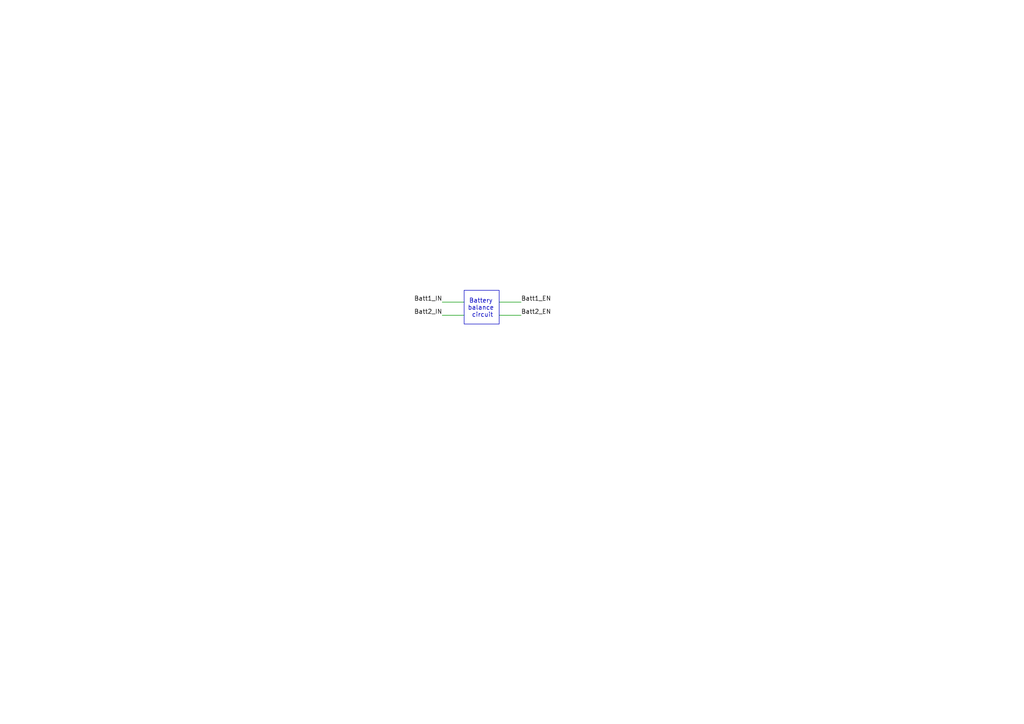
<source format=kicad_sch>
(kicad_sch
	(version 20231120)
	(generator "eeschema")
	(generator_version "8.0")
	(uuid "35c0a825-f74a-4327-912c-2cf4c40b193e")
	(paper "A4")
	(lib_symbols)
	(wire
		(pts
			(xy 128.27 87.63) (xy 134.62 87.63)
		)
		(stroke
			(width 0)
			(type default)
		)
		(uuid "81b10c3d-ef28-4755-a88f-891ffc7a03c1")
	)
	(wire
		(pts
			(xy 144.78 91.44) (xy 151.13 91.44)
		)
		(stroke
			(width 0)
			(type default)
		)
		(uuid "d6404c75-c9ae-4e16-afe3-0b45ed33ba99")
	)
	(wire
		(pts
			(xy 128.27 91.44) (xy 134.62 91.44)
		)
		(stroke
			(width 0)
			(type default)
		)
		(uuid "daf62b89-0a45-4c5f-8e3a-622f57d837c6")
	)
	(wire
		(pts
			(xy 144.78 87.63) (xy 151.13 87.63)
		)
		(stroke
			(width 0)
			(type default)
		)
		(uuid "e242f790-0eda-4e41-afd4-977d06a0b1d7")
	)
	(rectangle
		(start 134.62 84.201)
		(end 144.78 93.98)
		(stroke
			(width 0)
			(type default)
		)
		(fill
			(type none)
		)
		(uuid 473ef90d-0eec-4ffc-94e1-6460d7c15917)
	)
	(text "Battery \nbalance \ncircuit\n"
		(exclude_from_sim no)
		(at 139.954 89.408 0)
		(effects
			(font
				(size 1.27 1.27)
			)
		)
		(uuid "0e2b5d89-2be6-480c-acff-ed14c3ca0a29")
	)
	(label "Batt2_IN"
		(at 128.27 91.44 180)
		(fields_autoplaced yes)
		(effects
			(font
				(size 1.27 1.27)
			)
			(justify right bottom)
		)
		(uuid "29078504-320f-48cd-a7f4-ba2b4cfafd2e")
	)
	(label "Batt1_EN"
		(at 151.13 87.63 0)
		(fields_autoplaced yes)
		(effects
			(font
				(size 1.27 1.27)
			)
			(justify left bottom)
		)
		(uuid "2976e3a0-9356-4693-a47c-f5796207fbe5")
	)
	(label "Batt2_EN"
		(at 151.13 91.44 0)
		(fields_autoplaced yes)
		(effects
			(font
				(size 1.27 1.27)
			)
			(justify left bottom)
		)
		(uuid "aa45dcf7-6e0f-4f2d-b15e-88cf6156e608")
	)
	(label "Batt1_IN"
		(at 128.27 87.63 180)
		(fields_autoplaced yes)
		(effects
			(font
				(size 1.27 1.27)
			)
			(justify right bottom)
		)
		(uuid "e618018e-fb95-4541-9292-712964d88b0c")
	)
)

</source>
